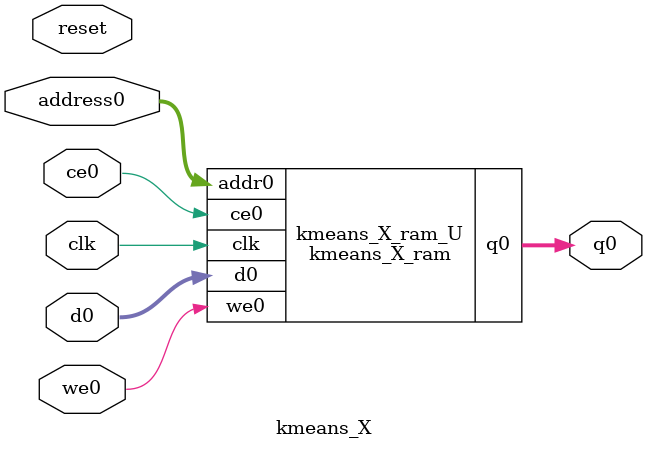
<source format=v>
`timescale 1 ns / 1 ps
module kmeans_X_ram (addr0, ce0, d0, we0, q0,  clk);

parameter DWIDTH = 32;
parameter AWIDTH = 7;
parameter MEM_SIZE = 128;

input[AWIDTH-1:0] addr0;
input ce0;
input[DWIDTH-1:0] d0;
input we0;
output reg[DWIDTH-1:0] q0;
input clk;

(* ram_style = "block" *)reg [DWIDTH-1:0] ram[0:MEM_SIZE-1];




always @(posedge clk)  
begin 
    if (ce0) 
    begin
        if (we0) 
        begin 
            ram[addr0] <= d0; 
        end 
        q0 <= ram[addr0];
    end
end


endmodule

`timescale 1 ns / 1 ps
module kmeans_X(
    reset,
    clk,
    address0,
    ce0,
    we0,
    d0,
    q0);

parameter DataWidth = 32'd32;
parameter AddressRange = 32'd128;
parameter AddressWidth = 32'd7;
input reset;
input clk;
input[AddressWidth - 1:0] address0;
input ce0;
input we0;
input[DataWidth - 1:0] d0;
output[DataWidth - 1:0] q0;



kmeans_X_ram kmeans_X_ram_U(
    .clk( clk ),
    .addr0( address0 ),
    .ce0( ce0 ),
    .we0( we0 ),
    .d0( d0 ),
    .q0( q0 ));

endmodule


</source>
